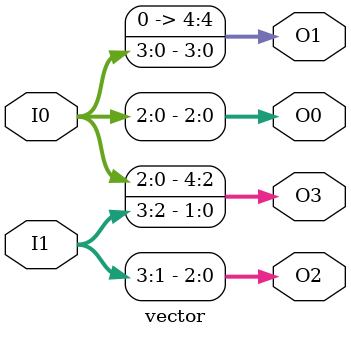
<source format=v>
module vector(I0, I1, O0, O1, O2, O3);
  input  [3:0] I0;  //4 bits input
  input  [4:0] I1;  //5 bits input
  output [2:0] O0;  //3 bits output
  output [4:0] O1;  //5 bits output
  output [2:0] O2;  //3 bits output
  output [4:0] O3;  //5 bits output

  assign O0 = I0; //I0[3] ignore 
  assign O1 = I0; //O1[4] be zero
  assign O2 = I1[3:1]; //assign I1[3:1] to O2[2:0]
  assign O3 = {I0[2:0],I1[3:2]}; // assign I0[2:0] -> O3[4:2] & I1[3:2] -> O3[1:0]
endmodule

</source>
